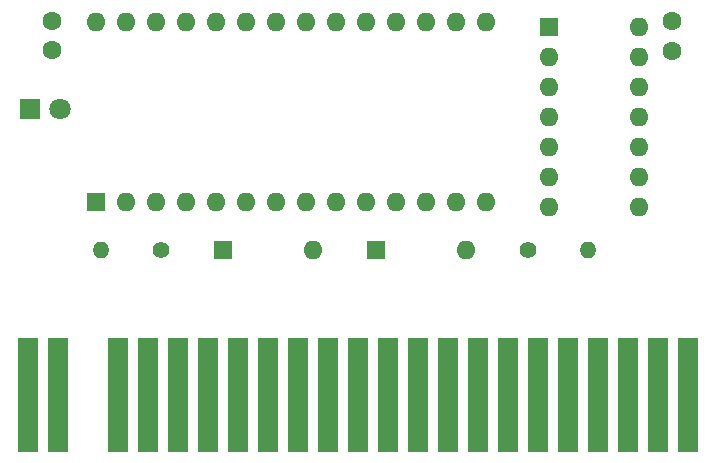
<source format=gbr>
%TF.GenerationSoftware,KiCad,Pcbnew,8.0.2*%
%TF.CreationDate,2024-05-20T10:45:04+02:00*%
%TF.ProjectId,zx81-external-16k,7a783831-2d65-4787-9465-726e616c2d31,rev?*%
%TF.SameCoordinates,Original*%
%TF.FileFunction,Soldermask,Bot*%
%TF.FilePolarity,Negative*%
%FSLAX46Y46*%
G04 Gerber Fmt 4.6, Leading zero omitted, Abs format (unit mm)*
G04 Created by KiCad (PCBNEW 8.0.2) date 2024-05-20 10:45:04*
%MOMM*%
%LPD*%
G01*
G04 APERTURE LIST*
%ADD10C,1.400000*%
%ADD11O,1.400000X1.400000*%
%ADD12R,1.600000X1.600000*%
%ADD13O,1.600000X1.600000*%
%ADD14R,1.778000X9.620000*%
%ADD15R,1.800000X1.800000*%
%ADD16C,1.800000*%
%ADD17C,1.600000*%
G04 APERTURE END LIST*
D10*
%TO.C,R2*%
X144330000Y-111200000D03*
D11*
X149410000Y-111200000D03*
%TD*%
D12*
%TO.C,U1*%
X107740000Y-107100000D03*
D13*
X110280000Y-107100000D03*
X112820000Y-107100000D03*
X115360000Y-107100000D03*
X117900000Y-107100000D03*
X120440000Y-107100000D03*
X122980000Y-107100000D03*
X125520000Y-107100000D03*
X128060000Y-107100000D03*
X130600000Y-107100000D03*
X133140000Y-107100000D03*
X135680000Y-107100000D03*
X138220000Y-107100000D03*
X140760000Y-107100000D03*
X140760000Y-91860000D03*
X138220000Y-91860000D03*
X135680000Y-91860000D03*
X133140000Y-91860000D03*
X130600000Y-91860000D03*
X128060000Y-91860000D03*
X125520000Y-91860000D03*
X122980000Y-91860000D03*
X120440000Y-91860000D03*
X117900000Y-91860000D03*
X115360000Y-91860000D03*
X112820000Y-91860000D03*
X110280000Y-91860000D03*
X107740000Y-91860000D03*
%TD*%
D14*
%TO.C,J1*%
X101974600Y-123480000D03*
X104514600Y-123480000D03*
X109594600Y-123480000D03*
X112134600Y-123480000D03*
X114674600Y-123480000D03*
X117214600Y-123480000D03*
X119754600Y-123480000D03*
X122294600Y-123480000D03*
X124834600Y-123480000D03*
X127374600Y-123480000D03*
X129914600Y-123480000D03*
X132454600Y-123480000D03*
X134994600Y-123480000D03*
X137534600Y-123480000D03*
X140074600Y-123480000D03*
X142614600Y-123480000D03*
X145154600Y-123480000D03*
X147694600Y-123480000D03*
X150234600Y-123480000D03*
X152774600Y-123480000D03*
X155314600Y-123480000D03*
X157854600Y-123480000D03*
%TD*%
D15*
%TO.C,D1*%
X102195000Y-99240000D03*
D16*
X104735000Y-99240000D03*
%TD*%
D12*
%TO.C,U2*%
X146100000Y-92320000D03*
D13*
X146100000Y-94860000D03*
X146100000Y-97400000D03*
X146100000Y-99940000D03*
X146100000Y-102480000D03*
X146100000Y-105020000D03*
X146100000Y-107560000D03*
X153720000Y-107560000D03*
X153720000Y-105020000D03*
X153720000Y-102480000D03*
X153720000Y-99940000D03*
X153720000Y-97400000D03*
X153720000Y-94860000D03*
X153720000Y-92320000D03*
%TD*%
D17*
%TO.C,C2*%
X156550000Y-91810000D03*
X156550000Y-94310000D03*
%TD*%
%TO.C,C1*%
X104060000Y-91780000D03*
X104060000Y-94280000D03*
%TD*%
D10*
%TO.C,R1*%
X113300000Y-111200000D03*
D11*
X108220000Y-111200000D03*
%TD*%
D12*
%TO.C,D3*%
X131480000Y-111200000D03*
D13*
X139100000Y-111200000D03*
%TD*%
D12*
%TO.C,D2*%
X118530000Y-111200000D03*
D13*
X126150000Y-111200000D03*
%TD*%
M02*

</source>
